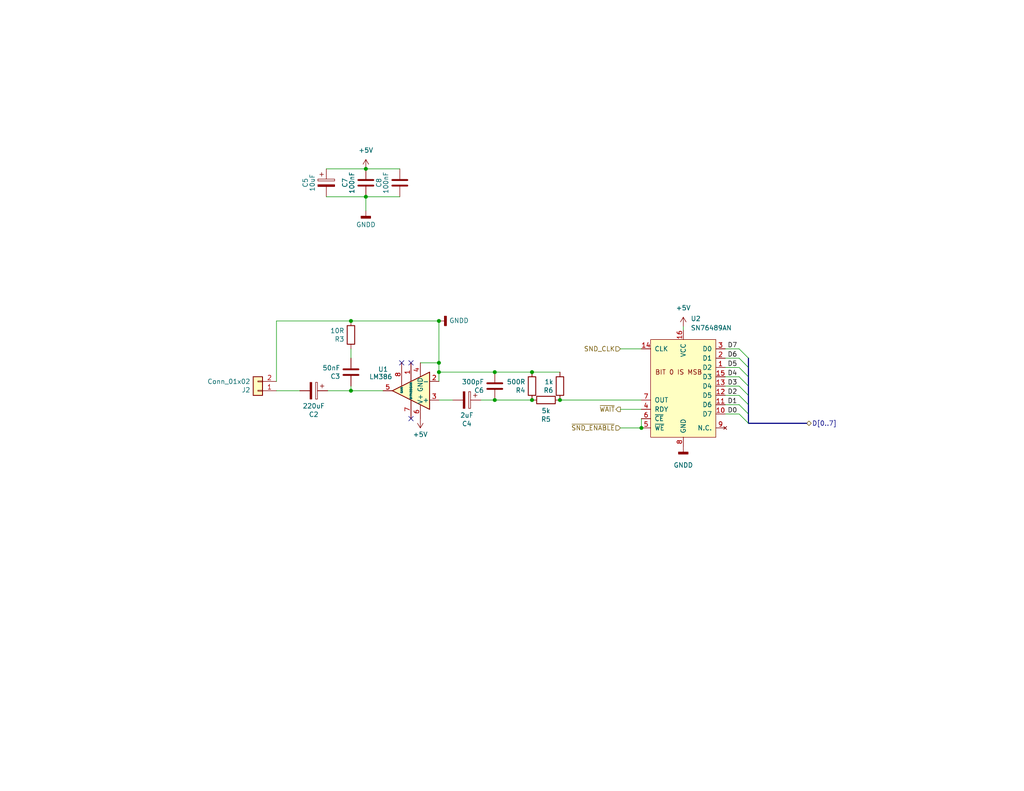
<source format=kicad_sch>
(kicad_sch (version 20230121) (generator eeschema)
  (paper "USLetter")
  (title_block (title "Righteous Tentacle, Colecovision Reverse Engineering Project") (date "2023-06-18") (rev "1.0.0.F") (company "sparkletron") (comment 1 "Jay Convertino") (comment 2 "MIT LICENSE") (comment 3 "PCB: 75743 REV F"))
  (lib_symbols
    (symbol "Amplifier_Audio:LM386" (pin_names (offset 0.127))
      (property "Reference" "U" (at 1.27 7.62 0))
      (property "Value" "LM386" (at 1.27 5.08 0))
      (symbol "LM386_0_1"
        (polyline (pts (xy 5.08 0) (xy -5.08 5.08) (xy -5.08 -5.08) (xy 5.08 0)) (stroke (width 0.254)) (fill (type background)))
      )
      (symbol "LM386_1_1"
        (pin input line (at 0 -7.62 90) (length 5.08) (name "GAIN") (number "1"))
        (pin input line (at -7.62 -2.54 0) (length 2.54) (name "-") (number "2"))
        (pin input line (at -7.62 2.54 0) (length 2.54) (name "+") (number "3"))
        (pin power_in line (at -2.54 -7.62 90) (length 3.81) (name "GND") (number "4"))
        (pin output line (at 7.62 0 180) (length 2.54) (name "~") (number "5"))
        (pin power_in line (at -2.54 7.62 270) (length 3.81) (name "V+") (number "6"))
        (pin input line (at 0 7.62 270) (length 5.08) (name "BYPASS") (number "7"))
        (pin input line (at 2.54 -7.62 90) (length 6.35) (name "GAIN") (number "8"))
      )
    )
    (symbol "Connector_Generic:Conn_01x02" (pin_names (offset 1.016) hide)
      (property "Reference" "J" (at 0 2.54 0))
      (property "Value" "Conn_01x02" (at 0 -5.08 0))
      (symbol "Conn_01x02_1_1"
        (rectangle (start -1.27 -2.413) (end 0 -2.667) (stroke (width 0.1524)))
        (rectangle (start -1.27 0.127) (end 0 -0.127) (stroke (width 0.1524)))
        (rectangle (start -1.27 1.27) (end 1.27 -3.81) (stroke (width 0.254)) (fill (type background)))
        (pin passive line (at -5.08 0 0) (length 3.81) (name "Pin_1") (number "1"))
        (pin passive line (at -5.08 -2.54 0) (length 3.81) (name "Pin_2") (number "2"))
      )
    )
    (symbol "Device:C" (pin_numbers hide) (pin_names (offset 0.254))
      (property "Reference" "C" (at 0.635 2.54 0))
      (property "Value" "C" (at 0.635 -2.54 0))
      (symbol "C_0_1"
        (polyline (pts (xy -2.032 -0.762) (xy 2.032 -0.762)) (stroke (width 0.508)))
        (polyline (pts (xy -2.032 0.762) (xy 2.032 0.762)) (stroke (width 0.508)))
      )
      (symbol "C_1_1"
        (pin passive line (at 0 3.81 270) (length 2.794) (name "~") (number "1"))
        (pin passive line (at 0 -3.81 90) (length 2.794) (name "~") (number "2"))
      )
    )
    (symbol "Device:CP" (pin_numbers hide) (pin_names (offset 0.254))
      (property "Reference" "C" (at 0.635 2.54 0))
      (property "Value" "Device_CP" (at 0.635 -2.54 0))
      (symbol "CP_0_1"
        (rectangle (start -2.286 0.508) (end 2.286 1.016))
        (polyline (pts (xy -1.778 2.286) (xy -0.762 2.286)))
        (polyline (pts (xy -1.27 2.794) (xy -1.27 1.778)))
        (rectangle (start 2.286 -0.508) (end -2.286 -1.016) (fill (type outline)))
      )
      (symbol "CP_1_1"
        (pin passive line (at 0 3.81 270) (length 2.794) (name "~") (number "1"))
        (pin passive line (at 0 -3.81 90) (length 2.794) (name "~") (number "2"))
      )
    )
    (symbol "Device:C_Polarized" (pin_numbers hide) (pin_names (offset 0.254))
      (property "Reference" "C" (at 0.635 2.54 0))
      (property "Value" "C_Polarized" (at 0.635 -2.54 0))
      (symbol "C_Polarized_0_1"
        (rectangle (start -2.286 0.508) (end 2.286 1.016))
        (polyline (pts (xy -1.778 2.286) (xy -0.762 2.286)))
        (polyline (pts (xy -1.27 2.794) (xy -1.27 1.778)))
        (rectangle (start 2.286 -0.508) (end -2.286 -1.016) (fill (type outline)))
      )
      (symbol "C_Polarized_1_1"
        (pin passive line (at 0 3.81 270) (length 2.794) (name "~") (number "1"))
        (pin passive line (at 0 -3.81 90) (length 2.794) (name "~") (number "2"))
      )
    )
    (symbol "Device:R" (pin_numbers hide) (pin_names (offset 0))
      (property "Reference" "R" (at 2.032 0 90))
      (property "Value" "R" (at 0 0 90))
      (symbol "R_0_1"
        (rectangle (start -1.016 -2.54) (end 1.016 2.54) (stroke (width 0.254)))
      )
      (symbol "R_1_1"
        (pin passive line (at 0 3.81 270) (length 1.27) (name "~") (number "1"))
        (pin passive line (at 0 -3.81 90) (length 1.27) (name "~") (number "2"))
      )
    )
    (symbol "Vintage_Audio_Synth:SN76489AN" (pin_names (offset 1.016))
      (property "Reference" "U" (at 2.54 7.62 0))
      (property "Value" "SN76489AN" (at 7.62 5.08 0))
      (symbol "SN76489AN_0_0"
        (text "BIT 0 IS MSB" (at -1.27 -5.08 0) (effects (font (size 1.27 1.27))))
      )
      (symbol "SN76489AN_0_1"
        (rectangle (start -8.89 3.81) (end 8.89 -22.86) (fill (type background)))
      )
      (symbol "SN76489AN_1_1"
        (pin input line (at 11.43 -3.81 180) (length 2.54) (name "D2") (number "1"))
        (pin input line (at 11.43 -16.51 180) (length 2.54) (name "D7") (number "10"))
        (pin input line (at 11.43 -13.97 180) (length 2.54) (name "D6") (number "11"))
        (pin input line (at 11.43 -11.43 180) (length 2.54) (name "D5") (number "12"))
        (pin input line (at 11.43 -8.89 180) (length 2.54) (name "D4") (number "13"))
        (pin input line (at -11.43 1.27 0) (length 2.54) (name "CLK") (number "14"))
        (pin input line (at 11.43 -6.35 180) (length 2.54) (name "D3") (number "15"))
        (pin input line (at 0 6.35 270) (length 2.54) (name "VCC") (number "16"))
        (pin input line (at 11.43 -1.27 180) (length 2.54) (name "D1") (number "2"))
        (pin input line (at 11.43 1.27 180) (length 2.54) (name "D0") (number "3"))
        (pin output line (at -11.43 -15.24 0) (length 2.54) (name "RDY") (number "4"))
        (pin input line (at -11.43 -20.32 0) (length 2.54) (name "~{WE}") (number "5"))
        (pin input line (at -11.43 -17.78 0) (length 2.54) (name "~{CE}") (number "6"))
        (pin output line (at -11.43 -12.7 0) (length 2.54) (name "OUT") (number "7"))
        (pin input line (at 0 -25.4 90) (length 2.54) (name "GND") (number "8"))
        (pin no_connect line (at 11.43 -20.32 180) (length 2.54) (name "N.C.") (number "9"))
      )
    )
    (symbol "power:+5V" (power) (pin_names (offset 0))
      (property "Value" "+5V" (at 0 3.556 0))
      (symbol "+5V_0_1"
        (polyline (pts (xy -0.762 1.27) (xy 0 2.54)))
        (polyline (pts (xy 0 0) (xy 0 2.54)))
        (polyline (pts (xy 0 2.54) (xy 0.762 1.27)))
      )
      (symbol "+5V_1_1"
        (pin power_in line (at 0 0 90) (length 0) hide (name "+5V") (number "1"))
      )
    )
    (symbol "power:GNDD" (power) (pin_names (offset 0))
      (property "Value" "GNDD" (at 0 -3.175 0))
      (symbol "GNDD_0_1"
        (rectangle (start -1.27 -1.524) (end 1.27 -2.032) (stroke (width 0.254)) (fill (type outline)))
        (polyline (pts (xy 0 0) (xy 0 -1.524)))
      )
      (symbol "GNDD_1_1"
        (pin power_in line (at 0 0 270) (length 0) hide (name "GNDD") (number "1"))
      )
    )
  )
  (junction (at 119.761 99.06))
  (junction (at 152.781 109.22))
  (junction (at 99.822 53.721))
  (junction (at 119.761 87.63))
  (junction (at 95.758 106.68))
  (junction (at 99.822 46.101))
  (junction (at 135.001 101.6))
  (junction (at 95.758 87.63))
  (junction (at 145.161 109.22))
  (junction (at 119.761 101.6))
  (junction (at 145.161 101.6))
  (junction (at 135.001 109.22))
  (junction (at 175.006 116.84))
  (no_connect (at 112.141 99.06))
  (no_connect (at 112.141 114.3))
  (no_connect (at 109.601 99.06))
  (bus_entry (at 201.676 105.41) (size 2.54 2.54))
  (bus_entry (at 201.676 110.49) (size 2.54 2.54))
  (bus_entry (at 201.676 107.95) (size 2.54 2.54))
  (bus_entry (at 201.676 97.79) (size 2.54 2.54))
  (bus_entry (at 201.676 95.25) (size 2.54 2.54))
  (bus_entry (at 201.676 100.33) (size 2.54 2.54))
  (bus_entry (at 201.676 102.87) (size 2.54 2.54))
  (bus_entry (at 201.676 113.03) (size 2.54 2.54))
  (wire (pts (xy 119.761 101.6) (xy 135.001 101.6)))
  (wire (pts (xy 197.866 113.03) (xy 201.676 113.03)))
  (wire (pts (xy 145.161 109.22) (xy 135.001 109.22)))
  (wire (pts (xy 169.291 95.25) (xy 175.006 95.25)))
  (wire (pts (xy 99.822 53.721) (xy 109.093 53.721)))
  (bus (pts (xy 204.216 107.95) (xy 204.216 110.49)))
  (bus (pts (xy 204.216 110.49) (xy 204.216 113.03)))
  (wire (pts (xy 119.761 101.6) (xy 119.761 99.06)))
  (wire (pts (xy 197.866 105.41) (xy 201.676 105.41)))
  (wire (pts (xy 175.006 114.3) (xy 175.006 116.84)))
  (wire (pts (xy 119.761 87.63) (xy 95.758 87.63)))
  (wire (pts (xy 135.001 109.22) (xy 131.191 109.22)))
  (bus (pts (xy 204.216 115.57) (xy 220.091 115.57)))
  (wire (pts (xy 95.758 106.68) (xy 95.758 105.41)))
  (bus (pts (xy 204.216 102.87) (xy 204.216 105.41)))
  (wire (pts (xy 89.408 106.68) (xy 95.758 106.68)))
  (wire (pts (xy 197.866 100.33) (xy 201.676 100.33)))
  (bus (pts (xy 204.216 100.33) (xy 204.216 102.87)))
  (wire (pts (xy 75.438 106.68) (xy 81.788 106.68)))
  (wire (pts (xy 169.291 111.76) (xy 175.006 111.76)))
  (wire (pts (xy 99.822 46.101) (xy 109.093 46.101)))
  (wire (pts (xy 145.161 101.6) (xy 135.001 101.6)))
  (bus (pts (xy 204.216 105.41) (xy 204.216 107.95)))
  (wire (pts (xy 197.866 97.79) (xy 201.676 97.79)))
  (wire (pts (xy 89.027 46.101) (xy 99.822 46.101)))
  (wire (pts (xy 123.571 109.22) (xy 119.761 109.22)))
  (wire (pts (xy 169.291 116.84) (xy 175.006 116.84)))
  (wire (pts (xy 75.438 87.63) (xy 75.438 104.14)))
  (bus (pts (xy 204.216 113.03) (xy 204.216 115.57)))
  (wire (pts (xy 95.758 87.63) (xy 75.438 87.63)))
  (bus (pts (xy 204.216 97.79) (xy 204.216 100.33)))
  (wire (pts (xy 89.027 53.721) (xy 99.822 53.721)))
  (wire (pts (xy 186.436 89.154) (xy 186.436 90.17)))
  (wire (pts (xy 95.758 95.25) (xy 95.758 97.79)))
  (wire (pts (xy 99.822 57.531) (xy 99.822 53.721)))
  (wire (pts (xy 119.761 104.14) (xy 119.761 101.6)))
  (wire (pts (xy 152.781 101.6) (xy 145.161 101.6)))
  (wire (pts (xy 197.866 102.87) (xy 201.676 102.87)))
  (wire (pts (xy 197.866 107.95) (xy 201.676 107.95)))
  (wire (pts (xy 119.761 99.06) (xy 114.681 99.06)))
  (wire (pts (xy 104.521 106.68) (xy 95.758 106.68)))
  (wire (pts (xy 197.866 95.25) (xy 201.676 95.25)))
  (wire (pts (xy 152.781 109.22) (xy 175.006 109.22)))
  (wire (pts (xy 119.761 99.06) (xy 119.761 87.63)))
  (wire (pts (xy 197.866 110.49) (xy 201.676 110.49)))
  (label "D3" (at 198.501 105.41 0))
  (label "D0" (at 198.501 113.03 0))
  (label "D5" (at 198.501 100.33 0))
  (label "D1" (at 198.501 110.49 0))
  (label "D6" (at 198.501 97.79 0))
  (label "D4" (at 198.501 102.87 0))
  (label "D7" (at 198.501 95.25 0))
  (label "D2" (at 198.501 107.95 0))
  (hierarchical_label "D[0..7]" (shape bidirectional) (at 220.091 115.57 0))
  (hierarchical_label "~{SND_ENABLE}" (shape input) (at 169.291 116.84 180))
  (hierarchical_label "SND_CLK" (shape input) (at 169.291 95.25 180))
  (hierarchical_label "~{WAIT}" (shape output) (at 169.291 111.76 180))
  (symbol (lib_id "Amplifier_Audio:LM386") (at 112.141 106.68 180) (unit 1)
    (property "Reference" "U1" (at 105.918 100.838 0) (effects (justify left)))
    (property "Value" "LM386" (at 107.061 102.87 0) (effects (justify left)))
    (property "Footprint" "Package_DIP:DIP-8_W7.62mm_LongPads" (effects hide))
    (property "Datasheet" "http://www.ti.com/lit/ds/symlink/lm386.pdf" (effects hide))
    (instances (project "coleco_original" (path "" (reference "U1") (unit 1))) (project "picerino_sn76489AN" (path "" (reference "U3") (unit 1))))
  )
  (symbol (lib_id "Device:C") (at 99.822 49.911 0) (unit 1)
    (property "Reference" "C7" (at 94.107 49.911 90))
    (property "Value" "100nF" (at 96.012 49.911 90))
    (property "Footprint" "Capacitor_THT:C_Disc_D7.0mm_W2.5mm_P5.00mm" (effects hide))
  )
  (symbol (lib_id "power:+5V") (at 114.681 114.3 180) (unit 1)
    (property "Reference" "#PWR011" (effects hide))
    (property "Value" "+5V" (at 114.681 118.618 0))
  )
  (symbol (lib_id "Device:R") (at 145.161 105.41 0) (unit 1)
    (property "Reference" "R4" (at 143.383 106.5784 0) (effects (justify right)))
    (property "Value" "500R" (at 143.383 104.267 0) (effects (justify right)))
    (property "Footprint" "Resistor_THT:R_Axial_DIN0207_L6.3mm_D2.5mm_P7.62mm_Horizontal" (effects hide))
    (instances (project "coleco_original" (path "" (reference "R4") (unit 1))) (project "picerino_sn76489AN" (path "" (reference "R3") (unit 1))))
  )
  (symbol (lib_id "Device:R") (at 152.781 105.41 180) (unit 1)
    (property "Reference" "R6" (at 151.003 106.5784 0) (effects (justify left)))
    (property "Value" "1k" (at 151.003 104.267 0) (effects (justify left)))
    (property "Footprint" "Resistor_THT:R_Axial_DIN0207_L6.3mm_D2.5mm_P7.62mm_Horizontal" (effects hide))
    (instances (project "coleco_original" (path "" (reference "R6") (unit 1))) (project "picerino_sn76489AN" (path "" (reference "R1") (unit 1))))
  )
  (symbol (lib_id "power:GNDD") (at 186.436 121.92 0) (unit 1)
    (property "Reference" "#PWR016" (effects hide))
    (property "Value" "GNDD" (at 186.436 127 0))
  )
  (symbol (lib_id "power:GNDD") (at 119.761 87.63 90) (unit 1)
    (property "Reference" "#PWR012" (effects hide))
    (property "Value" "GNDD" (at 122.555 87.5284 90) (effects (justify right)))
    (instances (project "coleco_original" (path "" (reference "#PWR012") (unit 1))) (project "picerino_sn76489AN" (path "" (reference "#PWR0110") (unit 1))))
  )
  (symbol (lib_id "Device:C_Polarized") (at 89.027 49.911 0) (unit 1)
    (property "Reference" "C5" (at 83.312 49.911 90))
    (property "Value" "10uF" (at 85.217 49.911 90))
    (property "Footprint" "Capacitor_THT:CP_Radial_D5.0mm_P2.50mm" (effects hide))
  )
  (symbol (lib_id "Device:C") (at 109.093 49.911 0) (unit 1)
    (property "Reference" "C8" (at 103.378 49.911 90))
    (property "Value" "100nF" (at 105.283 49.911 90))
    (property "Footprint" "Capacitor_THT:C_Disc_D7.0mm_W2.5mm_P5.00mm" (effects hide))
  )
  (symbol (lib_id "power:+5V") (at 186.436 89.154 0) (unit 1)
    (property "Reference" "#PWR015" (effects hide))
    (property "Value" "+5V" (at 186.436 84.074 0))
  )
  (symbol (lib_id "Device:C") (at 135.001 105.41 0) (unit 1)
    (property "Reference" "C6" (at 132.08 106.5784 0) (effects (justify right)))
    (property "Value" "300pF" (at 132.08 104.267 0) (effects (justify right)))
    (property "Footprint" "Capacitor_THT:C_Disc_D4.7mm_W2.5mm_P5.00mm" (effects hide))
    (instances (project "coleco_original" (path "" (reference "C6") (unit 1))) (project "picerino_sn76489AN" (path "" (reference "C1") (unit 1))))
  )
  (symbol (lib_id "power:+5V") (at 99.822 46.101 0) (unit 1)
    (property "Reference" "#PWR013" (effects hide))
    (property "Value" "+5V" (at 99.822 41.021 0))
  )
  (symbol (lib_id "Device:R") (at 148.971 109.22 90) (unit 1)
    (property "Reference" "R5" (at 148.971 114.4778 90))
    (property "Value" "5k" (at 148.971 112.1664 90))
    (property "Footprint" "Resistor_THT:R_Axial_DIN0207_L6.3mm_D2.5mm_P7.62mm_Horizontal" (effects hide))
    (instances (project "coleco_original" (path "" (reference "R5") (unit 1))) (project "picerino_sn76489AN" (path "" (reference "R2") (unit 1))))
  )
  (symbol (lib_id "Vintage_Audio_Synth:SN76489AN") (at 186.436 96.52 0) (unit 1)
    (property "Reference" "U2" (at 188.4554 86.995 0) (effects (justify left)))
    (property "Value" "SN76489AN" (at 188.4554 89.535 0) (effects (justify left)))
    (property "Footprint" "Package_DIP:DIP-16_W7.62mm_LongPads" (effects hide))
  )
  (symbol (lib_id "Device:CP") (at 85.598 106.68 270) (unit 1)
    (property "Reference" "C2" (at 85.598 113.157 90))
    (property "Value" "220uF" (at 85.598 110.8456 90))
    (property "Footprint" "Capacitor_THT:CP_Radial_D8.0mm_P5.00mm" (effects hide))
    (instances (project "coleco_original" (path "" (reference "C2") (unit 1))) (project "picerino_sn76489AN" (path "" (reference "C4") (unit 1))))
  )
  (symbol (lib_id "Device:R") (at 95.758 91.44 0) (unit 1)
    (property "Reference" "R3" (at 93.98 92.6084 0) (effects (justify right)))
    (property "Value" "10R" (at 93.98 90.297 0) (effects (justify right)))
    (property "Footprint" "Resistor_THT:R_Axial_DIN0207_L6.3mm_D2.5mm_P7.62mm_Horizontal" (effects hide))
    (instances (project "coleco_original" (path "" (reference "R3") (unit 1))) (project "picerino_sn76489AN" (path "" (reference "R5") (unit 1))))
  )
  (symbol (lib_id "Device:C") (at 95.758 101.6 0) (unit 1)
    (property "Reference" "C3" (at 92.837 102.7684 0) (effects (justify right)))
    (property "Value" "50nF" (at 92.837 100.457 0) (effects (justify right)))
    (property "Footprint" "Capacitor_THT:C_Disc_D4.7mm_W2.5mm_P5.00mm" (effects hide))
  )
  (symbol (lib_id "Connector_Generic:Conn_01x02") (at 70.358 106.68 180) (unit 1)
    (property "Reference" "J2" (at 68.326 106.4768 0) (effects (justify left)))
    (property "Value" "Conn_01x02" (at 68.326 104.1654 0) (effects (justify left)))
    (property "Footprint" "Connector_Molex:Molex_KK-254_AE-6410-02A_1x02_P2.54mm_Vertical" (effects hide))
  )
  (symbol (lib_id "power:GNDD") (at 99.822 57.531 0) (unit 1)
    (property "Reference" "#PWR014" (effects hide))
    (property "Value" "GNDD" (at 97.155 61.341 0) (effects (justify left)))
  )
  (symbol (lib_id "Device:CP") (at 127.381 109.22 270) (unit 1)
    (property "Reference" "C4" (at 127.381 115.697 90))
    (property "Value" "2uF" (at 127.381 113.3856 90))
    (property "Footprint" "Capacitor_THT:CP_Radial_D5.0mm_P2.50mm" (effects hide))
    (instances (project "coleco_original" (path "" (reference "C4") (unit 1))) (project "picerino_sn76489AN" (path "" (reference "C2") (unit 1))))
  )
)
</source>
